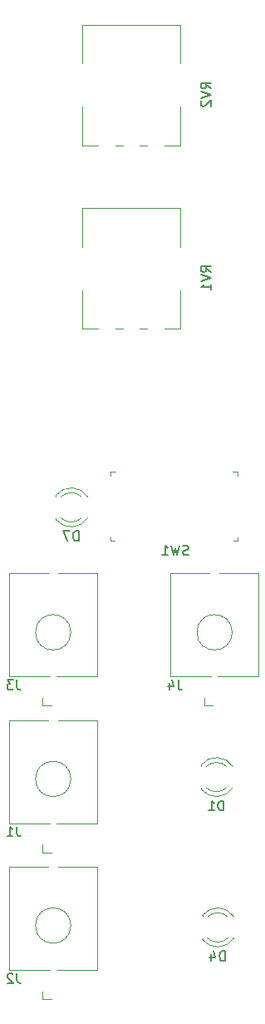
<source format=gbr>
%TF.GenerationSoftware,KiCad,Pcbnew,(5.1.6)-1*%
%TF.CreationDate,2021-03-18T12:54:03+09:00*%
%TF.ProjectId,MultiClockDiv,4d756c74-6943-46c6-9f63-6b4469762e6b,rev?*%
%TF.SameCoordinates,Original*%
%TF.FileFunction,Legend,Bot*%
%TF.FilePolarity,Positive*%
%FSLAX46Y46*%
G04 Gerber Fmt 4.6, Leading zero omitted, Abs format (unit mm)*
G04 Created by KiCad (PCBNEW (5.1.6)-1) date 2021-03-18 12:54:03*
%MOMM*%
%LPD*%
G01*
G04 APERTURE LIST*
%ADD10C,0.100000*%
%ADD11C,0.120000*%
%ADD12C,0.150000*%
G04 APERTURE END LIST*
D10*
%TO.C,SW1*%
X191562000Y-105041000D02*
X191562000Y-104691000D01*
X191187000Y-105041000D02*
X191562000Y-105041000D01*
X178662000Y-105041000D02*
X179062000Y-105041000D01*
X178662000Y-105041000D02*
X178662000Y-104666000D01*
X178662000Y-97991000D02*
X178662000Y-98416000D01*
X178662000Y-97991000D02*
X179112000Y-97991000D01*
X191537000Y-97991000D02*
X191087000Y-97991000D01*
X191562000Y-97991000D02*
X191562000Y-98416000D01*
D11*
%TO.C,RV2*%
X185765000Y-52539000D02*
X175724000Y-52539000D01*
X177374000Y-64779000D02*
X175724000Y-64779000D01*
X179873000Y-64779000D02*
X179114000Y-64779000D01*
X182373000Y-64779000D02*
X181614000Y-64779000D01*
X185765000Y-64779000D02*
X184115000Y-64779000D01*
X175724000Y-56475000D02*
X175724000Y-52539000D01*
X175724000Y-64779000D02*
X175724000Y-60842000D01*
X185765000Y-56475000D02*
X185765000Y-52539000D01*
X185765000Y-64779000D02*
X185765000Y-60842000D01*
%TO.C,RV1*%
X185765000Y-71208000D02*
X175724000Y-71208000D01*
X177374000Y-83448000D02*
X175724000Y-83448000D01*
X179873000Y-83448000D02*
X179114000Y-83448000D01*
X182373000Y-83448000D02*
X181614000Y-83448000D01*
X185765000Y-83448000D02*
X184115000Y-83448000D01*
X175724000Y-75144000D02*
X175724000Y-71208000D01*
X175724000Y-83448000D02*
X175724000Y-79511000D01*
X185765000Y-75144000D02*
X185765000Y-71208000D01*
X185765000Y-83448000D02*
X185765000Y-79511000D01*
%TO.C,J4*%
X188170000Y-121840000D02*
X189030000Y-121840000D01*
X188170000Y-121840000D02*
X188170000Y-121040000D01*
X191030000Y-114360000D02*
G75*
G03*
X191030000Y-114360000I-1800000J0D01*
G01*
X188880000Y-118860000D02*
X184730000Y-118860000D01*
X193730000Y-118860000D02*
X189580000Y-118860000D01*
X188730000Y-108360000D02*
X184730000Y-108360000D01*
X193730000Y-108360000D02*
X189730000Y-108360000D01*
X193730000Y-118860000D02*
X193730000Y-108360000D01*
X184730000Y-118860000D02*
X184730000Y-108360000D01*
%TO.C,J3*%
X171724000Y-121840000D02*
X172584000Y-121840000D01*
X171724000Y-121840000D02*
X171724000Y-121040000D01*
X174584000Y-114360000D02*
G75*
G03*
X174584000Y-114360000I-1800000J0D01*
G01*
X172434000Y-118860000D02*
X168284000Y-118860000D01*
X177284000Y-118860000D02*
X173134000Y-118860000D01*
X172284000Y-108360000D02*
X168284000Y-108360000D01*
X177284000Y-108360000D02*
X173284000Y-108360000D01*
X177284000Y-118860000D02*
X177284000Y-108360000D01*
X168284000Y-118860000D02*
X168284000Y-108360000D01*
%TO.C,J2*%
X171724000Y-151686000D02*
X172584000Y-151686000D01*
X171724000Y-151686000D02*
X171724000Y-150886000D01*
X174584000Y-144206000D02*
G75*
G03*
X174584000Y-144206000I-1800000J0D01*
G01*
X172434000Y-148706000D02*
X168284000Y-148706000D01*
X177284000Y-148706000D02*
X173134000Y-148706000D01*
X172284000Y-138206000D02*
X168284000Y-138206000D01*
X177284000Y-138206000D02*
X173284000Y-138206000D01*
X177284000Y-148706000D02*
X177284000Y-138206000D01*
X168284000Y-148706000D02*
X168284000Y-138206000D01*
%TO.C,J1*%
X171724000Y-136763000D02*
X172584000Y-136763000D01*
X171724000Y-136763000D02*
X171724000Y-135963000D01*
X174584000Y-129283000D02*
G75*
G03*
X174584000Y-129283000I-1800000J0D01*
G01*
X172434000Y-133783000D02*
X168284000Y-133783000D01*
X177284000Y-133783000D02*
X173134000Y-133783000D01*
X172284000Y-123283000D02*
X168284000Y-123283000D01*
X177284000Y-123283000D02*
X173284000Y-123283000D01*
X177284000Y-133783000D02*
X177284000Y-123283000D01*
X168284000Y-133783000D02*
X168284000Y-123283000D01*
%TO.C,D7*%
X173074000Y-100564000D02*
X173074000Y-100408000D01*
X173074000Y-102880000D02*
X173074000Y-102724000D01*
X175675130Y-100564163D02*
G75*
G03*
X173593039Y-100564000I-1041130J-1079837D01*
G01*
X175675130Y-102723837D02*
G75*
G02*
X173593039Y-102724000I-1041130J1079837D01*
G01*
X176306335Y-100565392D02*
G75*
G03*
X173074000Y-100408484I-1672335J-1078608D01*
G01*
X176306335Y-102722608D02*
G75*
G02*
X173074000Y-102879516I-1672335J1078608D01*
G01*
%TO.C,D4*%
X187988000Y-143319000D02*
X187988000Y-143163000D01*
X187988000Y-145635000D02*
X187988000Y-145479000D01*
X190589130Y-143319163D02*
G75*
G03*
X188507039Y-143319000I-1041130J-1079837D01*
G01*
X190589130Y-145478837D02*
G75*
G02*
X188507039Y-145479000I-1041130J1079837D01*
G01*
X191220335Y-143320392D02*
G75*
G03*
X187988000Y-143163484I-1672335J-1078608D01*
G01*
X191220335Y-145477608D02*
G75*
G02*
X187988000Y-145634516I-1672335J1078608D01*
G01*
%TO.C,D1*%
X187860000Y-128016000D02*
X187860000Y-127860000D01*
X187860000Y-130332000D02*
X187860000Y-130176000D01*
X190461130Y-128016163D02*
G75*
G03*
X188379039Y-128016000I-1041130J-1079837D01*
G01*
X190461130Y-130175837D02*
G75*
G02*
X188379039Y-130176000I-1041130J1079837D01*
G01*
X191092335Y-128017392D02*
G75*
G03*
X187860000Y-127860484I-1672335J-1078608D01*
G01*
X191092335Y-130174608D02*
G75*
G02*
X187860000Y-130331516I-1672335J1078608D01*
G01*
%TO.C,SW1*%
D12*
X186585333Y-106470761D02*
X186442476Y-106518380D01*
X186204380Y-106518380D01*
X186109142Y-106470761D01*
X186061523Y-106423142D01*
X186013904Y-106327904D01*
X186013904Y-106232666D01*
X186061523Y-106137428D01*
X186109142Y-106089809D01*
X186204380Y-106042190D01*
X186394857Y-105994571D01*
X186490095Y-105946952D01*
X186537714Y-105899333D01*
X186585333Y-105804095D01*
X186585333Y-105708857D01*
X186537714Y-105613619D01*
X186490095Y-105566000D01*
X186394857Y-105518380D01*
X186156761Y-105518380D01*
X186013904Y-105566000D01*
X185680571Y-105518380D02*
X185442476Y-106518380D01*
X185252000Y-105804095D01*
X185061523Y-106518380D01*
X184823428Y-105518380D01*
X183918666Y-106518380D02*
X184490095Y-106518380D01*
X184204380Y-106518380D02*
X184204380Y-105518380D01*
X184299619Y-105661238D01*
X184394857Y-105756476D01*
X184490095Y-105804095D01*
%TO.C,RV2*%
X188846380Y-59013761D02*
X188370190Y-58680428D01*
X188846380Y-58442333D02*
X187846380Y-58442333D01*
X187846380Y-58823285D01*
X187894000Y-58918523D01*
X187941619Y-58966142D01*
X188036857Y-59013761D01*
X188179714Y-59013761D01*
X188274952Y-58966142D01*
X188322571Y-58918523D01*
X188370190Y-58823285D01*
X188370190Y-58442333D01*
X187846380Y-59299476D02*
X188846380Y-59632809D01*
X187846380Y-59966142D01*
X187941619Y-60251857D02*
X187894000Y-60299476D01*
X187846380Y-60394714D01*
X187846380Y-60632809D01*
X187894000Y-60728047D01*
X187941619Y-60775666D01*
X188036857Y-60823285D01*
X188132095Y-60823285D01*
X188274952Y-60775666D01*
X188846380Y-60204238D01*
X188846380Y-60823285D01*
%TO.C,RV1*%
X188846380Y-77682761D02*
X188370190Y-77349428D01*
X188846380Y-77111333D02*
X187846380Y-77111333D01*
X187846380Y-77492285D01*
X187894000Y-77587523D01*
X187941619Y-77635142D01*
X188036857Y-77682761D01*
X188179714Y-77682761D01*
X188274952Y-77635142D01*
X188322571Y-77587523D01*
X188370190Y-77492285D01*
X188370190Y-77111333D01*
X187846380Y-77968476D02*
X188846380Y-78301809D01*
X187846380Y-78635142D01*
X188846380Y-79492285D02*
X188846380Y-78920857D01*
X188846380Y-79206571D02*
X187846380Y-79206571D01*
X187989238Y-79111333D01*
X188084476Y-79016095D01*
X188132095Y-78920857D01*
%TO.C,J4*%
X185533333Y-119212380D02*
X185533333Y-119926666D01*
X185580952Y-120069523D01*
X185676190Y-120164761D01*
X185819047Y-120212380D01*
X185914285Y-120212380D01*
X184628571Y-119545714D02*
X184628571Y-120212380D01*
X184866666Y-119164761D02*
X185104761Y-119879047D01*
X184485714Y-119879047D01*
%TO.C,J3*%
X169087333Y-119212380D02*
X169087333Y-119926666D01*
X169134952Y-120069523D01*
X169230190Y-120164761D01*
X169373047Y-120212380D01*
X169468285Y-120212380D01*
X168706380Y-119212380D02*
X168087333Y-119212380D01*
X168420666Y-119593333D01*
X168277809Y-119593333D01*
X168182571Y-119640952D01*
X168134952Y-119688571D01*
X168087333Y-119783809D01*
X168087333Y-120021904D01*
X168134952Y-120117142D01*
X168182571Y-120164761D01*
X168277809Y-120212380D01*
X168563523Y-120212380D01*
X168658761Y-120164761D01*
X168706380Y-120117142D01*
%TO.C,J2*%
X169087333Y-149058380D02*
X169087333Y-149772666D01*
X169134952Y-149915523D01*
X169230190Y-150010761D01*
X169373047Y-150058380D01*
X169468285Y-150058380D01*
X168658761Y-149153619D02*
X168611142Y-149106000D01*
X168515904Y-149058380D01*
X168277809Y-149058380D01*
X168182571Y-149106000D01*
X168134952Y-149153619D01*
X168087333Y-149248857D01*
X168087333Y-149344095D01*
X168134952Y-149486952D01*
X168706380Y-150058380D01*
X168087333Y-150058380D01*
%TO.C,J1*%
X169087333Y-134135380D02*
X169087333Y-134849666D01*
X169134952Y-134992523D01*
X169230190Y-135087761D01*
X169373047Y-135135380D01*
X169468285Y-135135380D01*
X168087333Y-135135380D02*
X168658761Y-135135380D01*
X168373047Y-135135380D02*
X168373047Y-134135380D01*
X168468285Y-134278238D01*
X168563523Y-134373476D01*
X168658761Y-134421095D01*
%TO.C,D7*%
X175372095Y-105056380D02*
X175372095Y-104056380D01*
X175134000Y-104056380D01*
X174991142Y-104104000D01*
X174895904Y-104199238D01*
X174848285Y-104294476D01*
X174800666Y-104484952D01*
X174800666Y-104627809D01*
X174848285Y-104818285D01*
X174895904Y-104913523D01*
X174991142Y-105008761D01*
X175134000Y-105056380D01*
X175372095Y-105056380D01*
X174467333Y-104056380D02*
X173800666Y-104056380D01*
X174229238Y-105056380D01*
%TO.C,D4*%
X190286095Y-147811380D02*
X190286095Y-146811380D01*
X190048000Y-146811380D01*
X189905142Y-146859000D01*
X189809904Y-146954238D01*
X189762285Y-147049476D01*
X189714666Y-147239952D01*
X189714666Y-147382809D01*
X189762285Y-147573285D01*
X189809904Y-147668523D01*
X189905142Y-147763761D01*
X190048000Y-147811380D01*
X190286095Y-147811380D01*
X188857523Y-147144714D02*
X188857523Y-147811380D01*
X189095619Y-146763761D02*
X189333714Y-147478047D01*
X188714666Y-147478047D01*
%TO.C,D1*%
X190158095Y-132508380D02*
X190158095Y-131508380D01*
X189920000Y-131508380D01*
X189777142Y-131556000D01*
X189681904Y-131651238D01*
X189634285Y-131746476D01*
X189586666Y-131936952D01*
X189586666Y-132079809D01*
X189634285Y-132270285D01*
X189681904Y-132365523D01*
X189777142Y-132460761D01*
X189920000Y-132508380D01*
X190158095Y-132508380D01*
X188634285Y-132508380D02*
X189205714Y-132508380D01*
X188920000Y-132508380D02*
X188920000Y-131508380D01*
X189015238Y-131651238D01*
X189110476Y-131746476D01*
X189205714Y-131794095D01*
%TD*%
M02*

</source>
